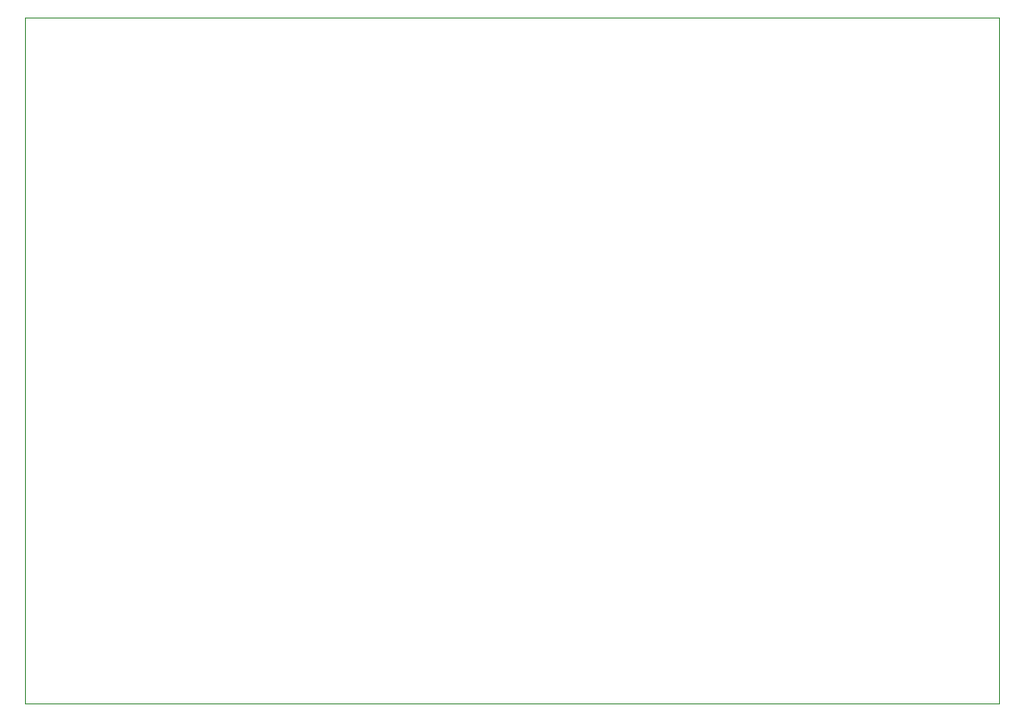
<source format=gm1>
%TF.GenerationSoftware,KiCad,Pcbnew,8.0.8-unknown-202501220024~e4ff452ffb~ubuntu24.04.1*%
%TF.CreationDate,2025-01-26T15:18:26-05:00*%
%TF.ProjectId,stack module,73746163-6b20-46d6-9f64-756c652e6b69,v01*%
%TF.SameCoordinates,Original*%
%TF.FileFunction,Profile,NP*%
%FSLAX46Y46*%
G04 Gerber Fmt 4.6, Leading zero omitted, Abs format (unit mm)*
G04 Created by KiCad (PCBNEW 8.0.8-unknown-202501220024~e4ff452ffb~ubuntu24.04.1) date 2025-01-26 15:18:26*
%MOMM*%
%LPD*%
G01*
G04 APERTURE LIST*
%TA.AperFunction,Profile*%
%ADD10C,0.050000*%
%TD*%
G04 APERTURE END LIST*
D10*
X84455000Y-35560000D02*
X173672500Y-35560000D01*
X173672500Y-98425000D01*
X84455000Y-98425000D01*
X84455000Y-35560000D01*
M02*

</source>
